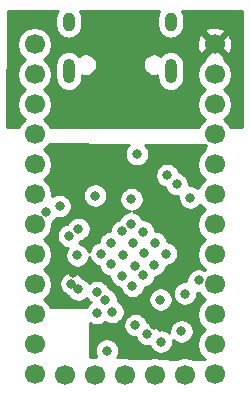
<source format=gbr>
G04 #@! TF.GenerationSoftware,KiCad,Pcbnew,5.1.5+dfsg1-2build2*
G04 #@! TF.CreationDate,2020-11-29T01:09:51-05:00*
G04 #@! TF.ProjectId,goldfish,676f6c64-6669-4736-982e-6b696361645f,rev?*
G04 #@! TF.SameCoordinates,Original*
G04 #@! TF.FileFunction,Copper,L2,Inr*
G04 #@! TF.FilePolarity,Positive*
%FSLAX46Y46*%
G04 Gerber Fmt 4.6, Leading zero omitted, Abs format (unit mm)*
G04 Created by KiCad (PCBNEW 5.1.5+dfsg1-2build2) date 2020-11-29 01:09:51*
%MOMM*%
%LPD*%
G04 APERTURE LIST*
%ADD10C,1.700000*%
%ADD11O,1.000000X2.100000*%
%ADD12O,1.000000X1.600000*%
%ADD13C,0.800000*%
%ADD14C,0.254000*%
G04 APERTURE END LIST*
D10*
X37620000Y-55240000D03*
X37620000Y-52700000D03*
X37620000Y-50160000D03*
X37620000Y-47620000D03*
X37620000Y-45080000D03*
X37620000Y-42540000D03*
X37620000Y-40000000D03*
X37620000Y-37460000D03*
X37620000Y-34920000D03*
X37620000Y-32380000D03*
X37620000Y-29840000D03*
X37620000Y-27300000D03*
D11*
X33920000Y-29540000D03*
X25280000Y-29540000D03*
D12*
X33920000Y-25360000D03*
X25280000Y-25360000D03*
D10*
X22380000Y-27300000D03*
X22380000Y-29840000D03*
X22380000Y-32380000D03*
X22380000Y-34920000D03*
X22380000Y-37460000D03*
X22380000Y-40000000D03*
X22380000Y-42540000D03*
X22380000Y-45080000D03*
X22380000Y-47620000D03*
X22380000Y-50160000D03*
X22380000Y-52700000D03*
X22380000Y-55240000D03*
X24920000Y-55250000D03*
X27460000Y-55250000D03*
X30000000Y-55250000D03*
X32540000Y-55250000D03*
X35080000Y-55250000D03*
D13*
X31550000Y-43140000D03*
X29780000Y-43120000D03*
X32580000Y-44110000D03*
X33490000Y-45010000D03*
X30540000Y-42460000D03*
X30880000Y-46020000D03*
X29840000Y-45150000D03*
X28850000Y-44120000D03*
X28030000Y-45040000D03*
X28850000Y-45910000D03*
X29750000Y-46880000D03*
X30670000Y-47750000D03*
X30730000Y-44130000D03*
X31620000Y-44980000D03*
X32530000Y-45940000D03*
X31580000Y-46840000D03*
X31050000Y-36591600D03*
X28500000Y-53230000D03*
X34410000Y-39130000D03*
X33620000Y-38360000D03*
X26070000Y-48030000D03*
X30920000Y-51070000D03*
X27510000Y-40100000D03*
X25500000Y-47570000D03*
X35856400Y-44078900D03*
X31660200Y-39230200D03*
X35230000Y-36680000D03*
X24060000Y-36220000D03*
X32504900Y-51033457D03*
X25647919Y-46654865D03*
X27150000Y-32828100D03*
X32709800Y-33523300D03*
X34822800Y-51586000D03*
X36262954Y-47274677D03*
X25310000Y-43510002D03*
X26001034Y-45165366D03*
X26094400Y-42916800D03*
X35566400Y-40267900D03*
X24500200Y-40981400D03*
X27681100Y-50020500D03*
X28974800Y-49948700D03*
X28386700Y-48918700D03*
X27688500Y-48279500D03*
X33036000Y-48901400D03*
X35110000Y-48390000D03*
X31929700Y-51828900D03*
X23318300Y-41511500D03*
X30577300Y-40402800D03*
X33075900Y-52463000D03*
D14*
G36*
X30388754Y-35789135D02*
G01*
X30246063Y-35931826D01*
X30132795Y-36101344D01*
X30054774Y-36289702D01*
X30015000Y-36489661D01*
X30015000Y-36693539D01*
X30054774Y-36893498D01*
X30132795Y-37081856D01*
X30246063Y-37251374D01*
X30390226Y-37395537D01*
X30559744Y-37508805D01*
X30748102Y-37586826D01*
X30948061Y-37626600D01*
X31151939Y-37626600D01*
X31351898Y-37586826D01*
X31540256Y-37508805D01*
X31709774Y-37395537D01*
X31853937Y-37251374D01*
X31967205Y-37081856D01*
X32045226Y-36893498D01*
X32085000Y-36693539D01*
X32085000Y-36489661D01*
X32045226Y-36289702D01*
X31967205Y-36101344D01*
X31853937Y-35931826D01*
X31721814Y-35799703D01*
X36879017Y-35840588D01*
X36771208Y-35948397D01*
X36846729Y-36190689D01*
X36673368Y-36306525D01*
X36466525Y-36513368D01*
X36304010Y-36756589D01*
X36192068Y-37026842D01*
X36135000Y-37313740D01*
X36135000Y-37606260D01*
X36192068Y-37893158D01*
X36304010Y-38163411D01*
X36466525Y-38406632D01*
X36673368Y-38613475D01*
X36847760Y-38730000D01*
X36673368Y-38846525D01*
X36466525Y-39053368D01*
X36304010Y-39296589D01*
X36232190Y-39469979D01*
X36226174Y-39463963D01*
X36056656Y-39350695D01*
X35868298Y-39272674D01*
X35668339Y-39232900D01*
X35464461Y-39232900D01*
X35443999Y-39236970D01*
X35445000Y-39231939D01*
X35445000Y-39028061D01*
X35405226Y-38828102D01*
X35327205Y-38639744D01*
X35213937Y-38470226D01*
X35069774Y-38326063D01*
X34900256Y-38212795D01*
X34711898Y-38134774D01*
X34627123Y-38117911D01*
X34615226Y-38058102D01*
X34537205Y-37869744D01*
X34423937Y-37700226D01*
X34279774Y-37556063D01*
X34110256Y-37442795D01*
X33921898Y-37364774D01*
X33721939Y-37325000D01*
X33518061Y-37325000D01*
X33318102Y-37364774D01*
X33129744Y-37442795D01*
X32960226Y-37556063D01*
X32816063Y-37700226D01*
X32702795Y-37869744D01*
X32624774Y-38058102D01*
X32585000Y-38258061D01*
X32585000Y-38461939D01*
X32624774Y-38661898D01*
X32702795Y-38850256D01*
X32816063Y-39019774D01*
X32960226Y-39163937D01*
X33129744Y-39277205D01*
X33318102Y-39355226D01*
X33402877Y-39372089D01*
X33414774Y-39431898D01*
X33492795Y-39620256D01*
X33606063Y-39789774D01*
X33750226Y-39933937D01*
X33919744Y-40047205D01*
X34108102Y-40125226D01*
X34308061Y-40165000D01*
X34511939Y-40165000D01*
X34532401Y-40160930D01*
X34531400Y-40165961D01*
X34531400Y-40369839D01*
X34571174Y-40569798D01*
X34649195Y-40758156D01*
X34762463Y-40927674D01*
X34906626Y-41071837D01*
X35076144Y-41185105D01*
X35264502Y-41263126D01*
X35464461Y-41302900D01*
X35668339Y-41302900D01*
X35868298Y-41263126D01*
X36056656Y-41185105D01*
X36226174Y-41071837D01*
X36370337Y-40927674D01*
X36412097Y-40865175D01*
X36466525Y-40946632D01*
X36673368Y-41153475D01*
X36847760Y-41270000D01*
X36673368Y-41386525D01*
X36466525Y-41593368D01*
X36304010Y-41836589D01*
X36192068Y-42106842D01*
X36135000Y-42393740D01*
X36135000Y-42686260D01*
X36192068Y-42973158D01*
X36304010Y-43243411D01*
X36466525Y-43486632D01*
X36673368Y-43693475D01*
X36847760Y-43810000D01*
X36673368Y-43926525D01*
X36466525Y-44133368D01*
X36304010Y-44376589D01*
X36192068Y-44646842D01*
X36135000Y-44933740D01*
X36135000Y-45226260D01*
X36192068Y-45513158D01*
X36304010Y-45783411D01*
X36466525Y-46026632D01*
X36673368Y-46233475D01*
X36847760Y-46350000D01*
X36794894Y-46385324D01*
X36753210Y-46357472D01*
X36564852Y-46279451D01*
X36364893Y-46239677D01*
X36161015Y-46239677D01*
X35961056Y-46279451D01*
X35772698Y-46357472D01*
X35603180Y-46470740D01*
X35459017Y-46614903D01*
X35345749Y-46784421D01*
X35267728Y-46972779D01*
X35227954Y-47172738D01*
X35227954Y-47358186D01*
X35211939Y-47355000D01*
X35008061Y-47355000D01*
X34808102Y-47394774D01*
X34619744Y-47472795D01*
X34450226Y-47586063D01*
X34306063Y-47730226D01*
X34192795Y-47899744D01*
X34114774Y-48088102D01*
X34075000Y-48288061D01*
X34075000Y-48491939D01*
X34114774Y-48691898D01*
X34192795Y-48880256D01*
X34306063Y-49049774D01*
X34450226Y-49193937D01*
X34619744Y-49307205D01*
X34808102Y-49385226D01*
X35008061Y-49425000D01*
X35211939Y-49425000D01*
X35411898Y-49385226D01*
X35600256Y-49307205D01*
X35769774Y-49193937D01*
X35913937Y-49049774D01*
X36027205Y-48880256D01*
X36105226Y-48691898D01*
X36145000Y-48491939D01*
X36145000Y-48306491D01*
X36161015Y-48309677D01*
X36298321Y-48309677D01*
X36304010Y-48323411D01*
X36466525Y-48566632D01*
X36673368Y-48773475D01*
X36847760Y-48890000D01*
X36673368Y-49006525D01*
X36466525Y-49213368D01*
X36304010Y-49456589D01*
X36192068Y-49726842D01*
X36135000Y-50013740D01*
X36135000Y-50306260D01*
X36192068Y-50593158D01*
X36304010Y-50863411D01*
X36466525Y-51106632D01*
X36673368Y-51313475D01*
X36847760Y-51430000D01*
X36673368Y-51546525D01*
X36466525Y-51753368D01*
X36304010Y-51996589D01*
X36192068Y-52266842D01*
X36135000Y-52553740D01*
X36135000Y-52846260D01*
X36192068Y-53133158D01*
X36304010Y-53403411D01*
X36466525Y-53646632D01*
X36673368Y-53853475D01*
X36817796Y-53949979D01*
X35768356Y-53927774D01*
X35513158Y-53822068D01*
X35226260Y-53765000D01*
X34933740Y-53765000D01*
X34646842Y-53822068D01*
X34458552Y-53900060D01*
X33091623Y-53871138D01*
X32973158Y-53822068D01*
X32686260Y-53765000D01*
X32393740Y-53765000D01*
X32106842Y-53822068D01*
X32041994Y-53848929D01*
X30392765Y-53814033D01*
X30146260Y-53765000D01*
X29853740Y-53765000D01*
X29682759Y-53799010D01*
X29369019Y-53792372D01*
X29417205Y-53720256D01*
X29495226Y-53531898D01*
X29535000Y-53331939D01*
X29535000Y-53128061D01*
X29495226Y-52928102D01*
X29417205Y-52739744D01*
X29303937Y-52570226D01*
X29159774Y-52426063D01*
X28990256Y-52312795D01*
X28801898Y-52234774D01*
X28601939Y-52195000D01*
X28398061Y-52195000D01*
X28198102Y-52234774D01*
X28009744Y-52312795D01*
X27840226Y-52426063D01*
X27696063Y-52570226D01*
X27582795Y-52739744D01*
X27504774Y-52928102D01*
X27465000Y-53128061D01*
X27465000Y-53331939D01*
X27504774Y-53531898D01*
X27582795Y-53720256D01*
X27606057Y-53755070D01*
X27087000Y-53744088D01*
X27087000Y-50868319D01*
X27190844Y-50937705D01*
X27379202Y-51015726D01*
X27579161Y-51055500D01*
X27783039Y-51055500D01*
X27982998Y-51015726D01*
X28171356Y-50937705D01*
X28340874Y-50824437D01*
X28373562Y-50791749D01*
X28484544Y-50865905D01*
X28672902Y-50943926D01*
X28872861Y-50983700D01*
X29076739Y-50983700D01*
X29155362Y-50968061D01*
X29885000Y-50968061D01*
X29885000Y-51171939D01*
X29924774Y-51371898D01*
X30002795Y-51560256D01*
X30116063Y-51729774D01*
X30260226Y-51873937D01*
X30429744Y-51987205D01*
X30618102Y-52065226D01*
X30818061Y-52105000D01*
X30929342Y-52105000D01*
X30934474Y-52130798D01*
X31012495Y-52319156D01*
X31125763Y-52488674D01*
X31269926Y-52632837D01*
X31439444Y-52746105D01*
X31627802Y-52824126D01*
X31827761Y-52863900D01*
X32031639Y-52863900D01*
X32114828Y-52847353D01*
X32158695Y-52953256D01*
X32271963Y-53122774D01*
X32416126Y-53266937D01*
X32585644Y-53380205D01*
X32774002Y-53458226D01*
X32973961Y-53498000D01*
X33177839Y-53498000D01*
X33377798Y-53458226D01*
X33566156Y-53380205D01*
X33735674Y-53266937D01*
X33879837Y-53122774D01*
X33993105Y-52953256D01*
X34071126Y-52764898D01*
X34110900Y-52564939D01*
X34110900Y-52361061D01*
X34105127Y-52332038D01*
X34163026Y-52389937D01*
X34332544Y-52503205D01*
X34520902Y-52581226D01*
X34720861Y-52621000D01*
X34924739Y-52621000D01*
X35124698Y-52581226D01*
X35313056Y-52503205D01*
X35482574Y-52389937D01*
X35626737Y-52245774D01*
X35740005Y-52076256D01*
X35818026Y-51887898D01*
X35857800Y-51687939D01*
X35857800Y-51484061D01*
X35818026Y-51284102D01*
X35740005Y-51095744D01*
X35626737Y-50926226D01*
X35482574Y-50782063D01*
X35313056Y-50668795D01*
X35124698Y-50590774D01*
X34924739Y-50551000D01*
X34720861Y-50551000D01*
X34520902Y-50590774D01*
X34332544Y-50668795D01*
X34163026Y-50782063D01*
X34018863Y-50926226D01*
X33905595Y-51095744D01*
X33827574Y-51284102D01*
X33787800Y-51484061D01*
X33787800Y-51687939D01*
X33793573Y-51716962D01*
X33735674Y-51659063D01*
X33566156Y-51545795D01*
X33377798Y-51467774D01*
X33177839Y-51428000D01*
X32973961Y-51428000D01*
X32890772Y-51444547D01*
X32846905Y-51338644D01*
X32733637Y-51169126D01*
X32589474Y-51024963D01*
X32419956Y-50911695D01*
X32231598Y-50833674D01*
X32031639Y-50793900D01*
X31920358Y-50793900D01*
X31915226Y-50768102D01*
X31837205Y-50579744D01*
X31723937Y-50410226D01*
X31579774Y-50266063D01*
X31410256Y-50152795D01*
X31221898Y-50074774D01*
X31021939Y-50035000D01*
X30818061Y-50035000D01*
X30618102Y-50074774D01*
X30429744Y-50152795D01*
X30260226Y-50266063D01*
X30116063Y-50410226D01*
X30002795Y-50579744D01*
X29924774Y-50768102D01*
X29885000Y-50968061D01*
X29155362Y-50968061D01*
X29276698Y-50943926D01*
X29465056Y-50865905D01*
X29634574Y-50752637D01*
X29778737Y-50608474D01*
X29892005Y-50438956D01*
X29970026Y-50250598D01*
X30009800Y-50050639D01*
X30009800Y-49846761D01*
X29970026Y-49646802D01*
X29892005Y-49458444D01*
X29778737Y-49288926D01*
X29634574Y-49144763D01*
X29465056Y-49031495D01*
X29421700Y-49013536D01*
X29421700Y-48816761D01*
X29418259Y-48799461D01*
X32001000Y-48799461D01*
X32001000Y-49003339D01*
X32040774Y-49203298D01*
X32118795Y-49391656D01*
X32232063Y-49561174D01*
X32376226Y-49705337D01*
X32545744Y-49818605D01*
X32734102Y-49896626D01*
X32934061Y-49936400D01*
X33137939Y-49936400D01*
X33337898Y-49896626D01*
X33526256Y-49818605D01*
X33695774Y-49705337D01*
X33839937Y-49561174D01*
X33953205Y-49391656D01*
X34031226Y-49203298D01*
X34071000Y-49003339D01*
X34071000Y-48799461D01*
X34031226Y-48599502D01*
X33953205Y-48411144D01*
X33839937Y-48241626D01*
X33695774Y-48097463D01*
X33526256Y-47984195D01*
X33337898Y-47906174D01*
X33137939Y-47866400D01*
X32934061Y-47866400D01*
X32734102Y-47906174D01*
X32545744Y-47984195D01*
X32376226Y-48097463D01*
X32232063Y-48241626D01*
X32118795Y-48411144D01*
X32040774Y-48599502D01*
X32001000Y-48799461D01*
X29418259Y-48799461D01*
X29381926Y-48616802D01*
X29303905Y-48428444D01*
X29190637Y-48258926D01*
X29046474Y-48114763D01*
X28876956Y-48001495D01*
X28688598Y-47923474D01*
X28658855Y-47917558D01*
X28605705Y-47789244D01*
X28492437Y-47619726D01*
X28348274Y-47475563D01*
X28178756Y-47362295D01*
X27990398Y-47284274D01*
X27790439Y-47244500D01*
X27586561Y-47244500D01*
X27386602Y-47284274D01*
X27198244Y-47362295D01*
X27028726Y-47475563D01*
X26978129Y-47526160D01*
X26873937Y-47370226D01*
X26729774Y-47226063D01*
X26560256Y-47112795D01*
X26392997Y-47043513D01*
X26303937Y-46910226D01*
X26159774Y-46766063D01*
X25990256Y-46652795D01*
X25801898Y-46574774D01*
X25601939Y-46535000D01*
X25398061Y-46535000D01*
X25198102Y-46574774D01*
X25009744Y-46652795D01*
X24840226Y-46766063D01*
X24696063Y-46910226D01*
X24582795Y-47079744D01*
X24504774Y-47268102D01*
X24465000Y-47468061D01*
X24465000Y-47671939D01*
X24504774Y-47871898D01*
X24582795Y-48060256D01*
X24696063Y-48229774D01*
X24840226Y-48373937D01*
X25009744Y-48487205D01*
X25177003Y-48556487D01*
X25266063Y-48689774D01*
X25410226Y-48833937D01*
X25579744Y-48947205D01*
X25768102Y-49025226D01*
X25968061Y-49065000D01*
X26171939Y-49065000D01*
X26371898Y-49025226D01*
X26560256Y-48947205D01*
X26729774Y-48833937D01*
X26780371Y-48783340D01*
X26884563Y-48939274D01*
X27028726Y-49083437D01*
X27124645Y-49147528D01*
X27021326Y-49216563D01*
X26877163Y-49360726D01*
X26775417Y-49513000D01*
X23719356Y-49513000D01*
X23695990Y-49456589D01*
X23533475Y-49213368D01*
X23326632Y-49006525D01*
X23152240Y-48890000D01*
X23326632Y-48773475D01*
X23533475Y-48566632D01*
X23695990Y-48323411D01*
X23807932Y-48053158D01*
X23865000Y-47766260D01*
X23865000Y-47473740D01*
X23807932Y-47186842D01*
X23695990Y-46916589D01*
X23533475Y-46673368D01*
X23326632Y-46466525D01*
X23152240Y-46350000D01*
X23326632Y-46233475D01*
X23533475Y-46026632D01*
X23695990Y-45783411D01*
X23807932Y-45513158D01*
X23865000Y-45226260D01*
X23865000Y-44933740D01*
X23807932Y-44646842D01*
X23695990Y-44376589D01*
X23533475Y-44133368D01*
X23326632Y-43926525D01*
X23152240Y-43810000D01*
X23326632Y-43693475D01*
X23533475Y-43486632D01*
X23585973Y-43408063D01*
X24275000Y-43408063D01*
X24275000Y-43611941D01*
X24314774Y-43811900D01*
X24392795Y-44000258D01*
X24506063Y-44169776D01*
X24650226Y-44313939D01*
X24819744Y-44427207D01*
X25008102Y-44505228D01*
X25175140Y-44538454D01*
X25083829Y-44675110D01*
X25005808Y-44863468D01*
X24966034Y-45063427D01*
X24966034Y-45267305D01*
X25005808Y-45467264D01*
X25083829Y-45655622D01*
X25197097Y-45825140D01*
X25341260Y-45969303D01*
X25510778Y-46082571D01*
X25699136Y-46160592D01*
X25899095Y-46200366D01*
X26102973Y-46200366D01*
X26302932Y-46160592D01*
X26491290Y-46082571D01*
X26660808Y-45969303D01*
X26804971Y-45825140D01*
X26918239Y-45655622D01*
X26996260Y-45467264D01*
X27027985Y-45307769D01*
X27034774Y-45341898D01*
X27112795Y-45530256D01*
X27226063Y-45699774D01*
X27370226Y-45843937D01*
X27539744Y-45957205D01*
X27728102Y-46035226D01*
X27823403Y-46054182D01*
X27854774Y-46211898D01*
X27932795Y-46400256D01*
X28046063Y-46569774D01*
X28190226Y-46713937D01*
X28359744Y-46827205D01*
X28548102Y-46905226D01*
X28715000Y-46938424D01*
X28715000Y-46981939D01*
X28754774Y-47181898D01*
X28832795Y-47370256D01*
X28946063Y-47539774D01*
X29090226Y-47683937D01*
X29259744Y-47797205D01*
X29448102Y-47875226D01*
X29647522Y-47914893D01*
X29674774Y-48051898D01*
X29752795Y-48240256D01*
X29866063Y-48409774D01*
X30010226Y-48553937D01*
X30179744Y-48667205D01*
X30368102Y-48745226D01*
X30568061Y-48785000D01*
X30771939Y-48785000D01*
X30971898Y-48745226D01*
X31160256Y-48667205D01*
X31329774Y-48553937D01*
X31473937Y-48409774D01*
X31587205Y-48240256D01*
X31665226Y-48051898D01*
X31701174Y-47871174D01*
X31881898Y-47835226D01*
X32070256Y-47757205D01*
X32239774Y-47643937D01*
X32383937Y-47499774D01*
X32497205Y-47330256D01*
X32575226Y-47141898D01*
X32608424Y-46975000D01*
X32631939Y-46975000D01*
X32831898Y-46935226D01*
X33020256Y-46857205D01*
X33189774Y-46743937D01*
X33333937Y-46599774D01*
X33447205Y-46430256D01*
X33525226Y-46241898D01*
X33564391Y-46045000D01*
X33591939Y-46045000D01*
X33791898Y-46005226D01*
X33980256Y-45927205D01*
X34149774Y-45813937D01*
X34293937Y-45669774D01*
X34407205Y-45500256D01*
X34485226Y-45311898D01*
X34525000Y-45111939D01*
X34525000Y-44908061D01*
X34485226Y-44708102D01*
X34407205Y-44519744D01*
X34293937Y-44350226D01*
X34149774Y-44206063D01*
X33980256Y-44092795D01*
X33791898Y-44014774D01*
X33609103Y-43978414D01*
X33575226Y-43808102D01*
X33497205Y-43619744D01*
X33383937Y-43450226D01*
X33239774Y-43306063D01*
X33070256Y-43192795D01*
X32881898Y-43114774D01*
X32681939Y-43075000D01*
X32585000Y-43075000D01*
X32585000Y-43038061D01*
X32545226Y-42838102D01*
X32467205Y-42649744D01*
X32353937Y-42480226D01*
X32209774Y-42336063D01*
X32040256Y-42222795D01*
X31851898Y-42144774D01*
X31651939Y-42105000D01*
X31513230Y-42105000D01*
X31457205Y-41969744D01*
X31343937Y-41800226D01*
X31199774Y-41656063D01*
X31030256Y-41542795D01*
X30841898Y-41464774D01*
X30692764Y-41435110D01*
X30879198Y-41398026D01*
X31067556Y-41320005D01*
X31237074Y-41206737D01*
X31381237Y-41062574D01*
X31494505Y-40893056D01*
X31572526Y-40704698D01*
X31612300Y-40504739D01*
X31612300Y-40300861D01*
X31572526Y-40100902D01*
X31494505Y-39912544D01*
X31381237Y-39743026D01*
X31237074Y-39598863D01*
X31067556Y-39485595D01*
X30879198Y-39407574D01*
X30679239Y-39367800D01*
X30475361Y-39367800D01*
X30275402Y-39407574D01*
X30087044Y-39485595D01*
X29917526Y-39598863D01*
X29773363Y-39743026D01*
X29660095Y-39912544D01*
X29582074Y-40100902D01*
X29542300Y-40300861D01*
X29542300Y-40504739D01*
X29582074Y-40704698D01*
X29660095Y-40893056D01*
X29773363Y-41062574D01*
X29917526Y-41206737D01*
X30087044Y-41320005D01*
X30275402Y-41398026D01*
X30424536Y-41427690D01*
X30238102Y-41464774D01*
X30049744Y-41542795D01*
X29880226Y-41656063D01*
X29736063Y-41800226D01*
X29622795Y-41969744D01*
X29565805Y-42107329D01*
X29478102Y-42124774D01*
X29289744Y-42202795D01*
X29120226Y-42316063D01*
X28976063Y-42460226D01*
X28862795Y-42629744D01*
X28784774Y-42818102D01*
X28745000Y-43018061D01*
X28745000Y-43085609D01*
X28548102Y-43124774D01*
X28359744Y-43202795D01*
X28190226Y-43316063D01*
X28046063Y-43460226D01*
X27932795Y-43629744D01*
X27854774Y-43818102D01*
X27815000Y-44018061D01*
X27815000Y-44027489D01*
X27728102Y-44044774D01*
X27539744Y-44122795D01*
X27370226Y-44236063D01*
X27226063Y-44380226D01*
X27112795Y-44549744D01*
X27034774Y-44738102D01*
X27003049Y-44897597D01*
X26996260Y-44863468D01*
X26918239Y-44675110D01*
X26804971Y-44505592D01*
X26660808Y-44361429D01*
X26491290Y-44248161D01*
X26302932Y-44170140D01*
X26135894Y-44136914D01*
X26227205Y-44000258D01*
X26251851Y-43940758D01*
X26396298Y-43912026D01*
X26584656Y-43834005D01*
X26754174Y-43720737D01*
X26898337Y-43576574D01*
X27011605Y-43407056D01*
X27089626Y-43218698D01*
X27129400Y-43018739D01*
X27129400Y-42814861D01*
X27089626Y-42614902D01*
X27011605Y-42426544D01*
X26898337Y-42257026D01*
X26754174Y-42112863D01*
X26584656Y-41999595D01*
X26396298Y-41921574D01*
X26196339Y-41881800D01*
X25992461Y-41881800D01*
X25792502Y-41921574D01*
X25604144Y-41999595D01*
X25434626Y-42112863D01*
X25290463Y-42257026D01*
X25177195Y-42426544D01*
X25152549Y-42486044D01*
X25008102Y-42514776D01*
X24819744Y-42592797D01*
X24650226Y-42706065D01*
X24506063Y-42850228D01*
X24392795Y-43019746D01*
X24314774Y-43208104D01*
X24275000Y-43408063D01*
X23585973Y-43408063D01*
X23695990Y-43243411D01*
X23807932Y-42973158D01*
X23865000Y-42686260D01*
X23865000Y-42393740D01*
X23864517Y-42391313D01*
X23978074Y-42315437D01*
X24122237Y-42171274D01*
X24235505Y-42001756D01*
X24242290Y-41985376D01*
X24398261Y-42016400D01*
X24602139Y-42016400D01*
X24802098Y-41976626D01*
X24990456Y-41898605D01*
X25159974Y-41785337D01*
X25304137Y-41641174D01*
X25417405Y-41471656D01*
X25495426Y-41283298D01*
X25535200Y-41083339D01*
X25535200Y-40879461D01*
X25495426Y-40679502D01*
X25417405Y-40491144D01*
X25304137Y-40321626D01*
X25159974Y-40177463D01*
X24990456Y-40064195D01*
X24830796Y-39998061D01*
X26475000Y-39998061D01*
X26475000Y-40201939D01*
X26514774Y-40401898D01*
X26592795Y-40590256D01*
X26706063Y-40759774D01*
X26850226Y-40903937D01*
X27019744Y-41017205D01*
X27208102Y-41095226D01*
X27408061Y-41135000D01*
X27611939Y-41135000D01*
X27811898Y-41095226D01*
X28000256Y-41017205D01*
X28169774Y-40903937D01*
X28313937Y-40759774D01*
X28427205Y-40590256D01*
X28505226Y-40401898D01*
X28545000Y-40201939D01*
X28545000Y-39998061D01*
X28505226Y-39798102D01*
X28427205Y-39609744D01*
X28313937Y-39440226D01*
X28169774Y-39296063D01*
X28000256Y-39182795D01*
X27811898Y-39104774D01*
X27611939Y-39065000D01*
X27408061Y-39065000D01*
X27208102Y-39104774D01*
X27019744Y-39182795D01*
X26850226Y-39296063D01*
X26706063Y-39440226D01*
X26592795Y-39609744D01*
X26514774Y-39798102D01*
X26475000Y-39998061D01*
X24830796Y-39998061D01*
X24802098Y-39986174D01*
X24602139Y-39946400D01*
X24398261Y-39946400D01*
X24198302Y-39986174D01*
X24009944Y-40064195D01*
X23861609Y-40163309D01*
X23865000Y-40146260D01*
X23865000Y-39853740D01*
X23807932Y-39566842D01*
X23695990Y-39296589D01*
X23533475Y-39053368D01*
X23326632Y-38846525D01*
X23152240Y-38730000D01*
X23326632Y-38613475D01*
X23533475Y-38406632D01*
X23695990Y-38163411D01*
X23807932Y-37893158D01*
X23865000Y-37606260D01*
X23865000Y-37313740D01*
X23807932Y-37026842D01*
X23695990Y-36756589D01*
X23533475Y-36513368D01*
X23326632Y-36306525D01*
X23152240Y-36190000D01*
X23326632Y-36073475D01*
X23533475Y-35866632D01*
X23621106Y-35735483D01*
X30388754Y-35789135D01*
G37*
X30388754Y-35789135D02*
X30246063Y-35931826D01*
X30132795Y-36101344D01*
X30054774Y-36289702D01*
X30015000Y-36489661D01*
X30015000Y-36693539D01*
X30054774Y-36893498D01*
X30132795Y-37081856D01*
X30246063Y-37251374D01*
X30390226Y-37395537D01*
X30559744Y-37508805D01*
X30748102Y-37586826D01*
X30948061Y-37626600D01*
X31151939Y-37626600D01*
X31351898Y-37586826D01*
X31540256Y-37508805D01*
X31709774Y-37395537D01*
X31853937Y-37251374D01*
X31967205Y-37081856D01*
X32045226Y-36893498D01*
X32085000Y-36693539D01*
X32085000Y-36489661D01*
X32045226Y-36289702D01*
X31967205Y-36101344D01*
X31853937Y-35931826D01*
X31721814Y-35799703D01*
X36879017Y-35840588D01*
X36771208Y-35948397D01*
X36846729Y-36190689D01*
X36673368Y-36306525D01*
X36466525Y-36513368D01*
X36304010Y-36756589D01*
X36192068Y-37026842D01*
X36135000Y-37313740D01*
X36135000Y-37606260D01*
X36192068Y-37893158D01*
X36304010Y-38163411D01*
X36466525Y-38406632D01*
X36673368Y-38613475D01*
X36847760Y-38730000D01*
X36673368Y-38846525D01*
X36466525Y-39053368D01*
X36304010Y-39296589D01*
X36232190Y-39469979D01*
X36226174Y-39463963D01*
X36056656Y-39350695D01*
X35868298Y-39272674D01*
X35668339Y-39232900D01*
X35464461Y-39232900D01*
X35443999Y-39236970D01*
X35445000Y-39231939D01*
X35445000Y-39028061D01*
X35405226Y-38828102D01*
X35327205Y-38639744D01*
X35213937Y-38470226D01*
X35069774Y-38326063D01*
X34900256Y-38212795D01*
X34711898Y-38134774D01*
X34627123Y-38117911D01*
X34615226Y-38058102D01*
X34537205Y-37869744D01*
X34423937Y-37700226D01*
X34279774Y-37556063D01*
X34110256Y-37442795D01*
X33921898Y-37364774D01*
X33721939Y-37325000D01*
X33518061Y-37325000D01*
X33318102Y-37364774D01*
X33129744Y-37442795D01*
X32960226Y-37556063D01*
X32816063Y-37700226D01*
X32702795Y-37869744D01*
X32624774Y-38058102D01*
X32585000Y-38258061D01*
X32585000Y-38461939D01*
X32624774Y-38661898D01*
X32702795Y-38850256D01*
X32816063Y-39019774D01*
X32960226Y-39163937D01*
X33129744Y-39277205D01*
X33318102Y-39355226D01*
X33402877Y-39372089D01*
X33414774Y-39431898D01*
X33492795Y-39620256D01*
X33606063Y-39789774D01*
X33750226Y-39933937D01*
X33919744Y-40047205D01*
X34108102Y-40125226D01*
X34308061Y-40165000D01*
X34511939Y-40165000D01*
X34532401Y-40160930D01*
X34531400Y-40165961D01*
X34531400Y-40369839D01*
X34571174Y-40569798D01*
X34649195Y-40758156D01*
X34762463Y-40927674D01*
X34906626Y-41071837D01*
X35076144Y-41185105D01*
X35264502Y-41263126D01*
X35464461Y-41302900D01*
X35668339Y-41302900D01*
X35868298Y-41263126D01*
X36056656Y-41185105D01*
X36226174Y-41071837D01*
X36370337Y-40927674D01*
X36412097Y-40865175D01*
X36466525Y-40946632D01*
X36673368Y-41153475D01*
X36847760Y-41270000D01*
X36673368Y-41386525D01*
X36466525Y-41593368D01*
X36304010Y-41836589D01*
X36192068Y-42106842D01*
X36135000Y-42393740D01*
X36135000Y-42686260D01*
X36192068Y-42973158D01*
X36304010Y-43243411D01*
X36466525Y-43486632D01*
X36673368Y-43693475D01*
X36847760Y-43810000D01*
X36673368Y-43926525D01*
X36466525Y-44133368D01*
X36304010Y-44376589D01*
X36192068Y-44646842D01*
X36135000Y-44933740D01*
X36135000Y-45226260D01*
X36192068Y-45513158D01*
X36304010Y-45783411D01*
X36466525Y-46026632D01*
X36673368Y-46233475D01*
X36847760Y-46350000D01*
X36794894Y-46385324D01*
X36753210Y-46357472D01*
X36564852Y-46279451D01*
X36364893Y-46239677D01*
X36161015Y-46239677D01*
X35961056Y-46279451D01*
X35772698Y-46357472D01*
X35603180Y-46470740D01*
X35459017Y-46614903D01*
X35345749Y-46784421D01*
X35267728Y-46972779D01*
X35227954Y-47172738D01*
X35227954Y-47358186D01*
X35211939Y-47355000D01*
X35008061Y-47355000D01*
X34808102Y-47394774D01*
X34619744Y-47472795D01*
X34450226Y-47586063D01*
X34306063Y-47730226D01*
X34192795Y-47899744D01*
X34114774Y-48088102D01*
X34075000Y-48288061D01*
X34075000Y-48491939D01*
X34114774Y-48691898D01*
X34192795Y-48880256D01*
X34306063Y-49049774D01*
X34450226Y-49193937D01*
X34619744Y-49307205D01*
X34808102Y-49385226D01*
X35008061Y-49425000D01*
X35211939Y-49425000D01*
X35411898Y-49385226D01*
X35600256Y-49307205D01*
X35769774Y-49193937D01*
X35913937Y-49049774D01*
X36027205Y-48880256D01*
X36105226Y-48691898D01*
X36145000Y-48491939D01*
X36145000Y-48306491D01*
X36161015Y-48309677D01*
X36298321Y-48309677D01*
X36304010Y-48323411D01*
X36466525Y-48566632D01*
X36673368Y-48773475D01*
X36847760Y-48890000D01*
X36673368Y-49006525D01*
X36466525Y-49213368D01*
X36304010Y-49456589D01*
X36192068Y-49726842D01*
X36135000Y-50013740D01*
X36135000Y-50306260D01*
X36192068Y-50593158D01*
X36304010Y-50863411D01*
X36466525Y-51106632D01*
X36673368Y-51313475D01*
X36847760Y-51430000D01*
X36673368Y-51546525D01*
X36466525Y-51753368D01*
X36304010Y-51996589D01*
X36192068Y-52266842D01*
X36135000Y-52553740D01*
X36135000Y-52846260D01*
X36192068Y-53133158D01*
X36304010Y-53403411D01*
X36466525Y-53646632D01*
X36673368Y-53853475D01*
X36817796Y-53949979D01*
X35768356Y-53927774D01*
X35513158Y-53822068D01*
X35226260Y-53765000D01*
X34933740Y-53765000D01*
X34646842Y-53822068D01*
X34458552Y-53900060D01*
X33091623Y-53871138D01*
X32973158Y-53822068D01*
X32686260Y-53765000D01*
X32393740Y-53765000D01*
X32106842Y-53822068D01*
X32041994Y-53848929D01*
X30392765Y-53814033D01*
X30146260Y-53765000D01*
X29853740Y-53765000D01*
X29682759Y-53799010D01*
X29369019Y-53792372D01*
X29417205Y-53720256D01*
X29495226Y-53531898D01*
X29535000Y-53331939D01*
X29535000Y-53128061D01*
X29495226Y-52928102D01*
X29417205Y-52739744D01*
X29303937Y-52570226D01*
X29159774Y-52426063D01*
X28990256Y-52312795D01*
X28801898Y-52234774D01*
X28601939Y-52195000D01*
X28398061Y-52195000D01*
X28198102Y-52234774D01*
X28009744Y-52312795D01*
X27840226Y-52426063D01*
X27696063Y-52570226D01*
X27582795Y-52739744D01*
X27504774Y-52928102D01*
X27465000Y-53128061D01*
X27465000Y-53331939D01*
X27504774Y-53531898D01*
X27582795Y-53720256D01*
X27606057Y-53755070D01*
X27087000Y-53744088D01*
X27087000Y-50868319D01*
X27190844Y-50937705D01*
X27379202Y-51015726D01*
X27579161Y-51055500D01*
X27783039Y-51055500D01*
X27982998Y-51015726D01*
X28171356Y-50937705D01*
X28340874Y-50824437D01*
X28373562Y-50791749D01*
X28484544Y-50865905D01*
X28672902Y-50943926D01*
X28872861Y-50983700D01*
X29076739Y-50983700D01*
X29155362Y-50968061D01*
X29885000Y-50968061D01*
X29885000Y-51171939D01*
X29924774Y-51371898D01*
X30002795Y-51560256D01*
X30116063Y-51729774D01*
X30260226Y-51873937D01*
X30429744Y-51987205D01*
X30618102Y-52065226D01*
X30818061Y-52105000D01*
X30929342Y-52105000D01*
X30934474Y-52130798D01*
X31012495Y-52319156D01*
X31125763Y-52488674D01*
X31269926Y-52632837D01*
X31439444Y-52746105D01*
X31627802Y-52824126D01*
X31827761Y-52863900D01*
X32031639Y-52863900D01*
X32114828Y-52847353D01*
X32158695Y-52953256D01*
X32271963Y-53122774D01*
X32416126Y-53266937D01*
X32585644Y-53380205D01*
X32774002Y-53458226D01*
X32973961Y-53498000D01*
X33177839Y-53498000D01*
X33377798Y-53458226D01*
X33566156Y-53380205D01*
X33735674Y-53266937D01*
X33879837Y-53122774D01*
X33993105Y-52953256D01*
X34071126Y-52764898D01*
X34110900Y-52564939D01*
X34110900Y-52361061D01*
X34105127Y-52332038D01*
X34163026Y-52389937D01*
X34332544Y-52503205D01*
X34520902Y-52581226D01*
X34720861Y-52621000D01*
X34924739Y-52621000D01*
X35124698Y-52581226D01*
X35313056Y-52503205D01*
X35482574Y-52389937D01*
X35626737Y-52245774D01*
X35740005Y-52076256D01*
X35818026Y-51887898D01*
X35857800Y-51687939D01*
X35857800Y-51484061D01*
X35818026Y-51284102D01*
X35740005Y-51095744D01*
X35626737Y-50926226D01*
X35482574Y-50782063D01*
X35313056Y-50668795D01*
X35124698Y-50590774D01*
X34924739Y-50551000D01*
X34720861Y-50551000D01*
X34520902Y-50590774D01*
X34332544Y-50668795D01*
X34163026Y-50782063D01*
X34018863Y-50926226D01*
X33905595Y-51095744D01*
X33827574Y-51284102D01*
X33787800Y-51484061D01*
X33787800Y-51687939D01*
X33793573Y-51716962D01*
X33735674Y-51659063D01*
X33566156Y-51545795D01*
X33377798Y-51467774D01*
X33177839Y-51428000D01*
X32973961Y-51428000D01*
X32890772Y-51444547D01*
X32846905Y-51338644D01*
X32733637Y-51169126D01*
X32589474Y-51024963D01*
X32419956Y-50911695D01*
X32231598Y-50833674D01*
X32031639Y-50793900D01*
X31920358Y-50793900D01*
X31915226Y-50768102D01*
X31837205Y-50579744D01*
X31723937Y-50410226D01*
X31579774Y-50266063D01*
X31410256Y-50152795D01*
X31221898Y-50074774D01*
X31021939Y-50035000D01*
X30818061Y-50035000D01*
X30618102Y-50074774D01*
X30429744Y-50152795D01*
X30260226Y-50266063D01*
X30116063Y-50410226D01*
X30002795Y-50579744D01*
X29924774Y-50768102D01*
X29885000Y-50968061D01*
X29155362Y-50968061D01*
X29276698Y-50943926D01*
X29465056Y-50865905D01*
X29634574Y-50752637D01*
X29778737Y-50608474D01*
X29892005Y-50438956D01*
X29970026Y-50250598D01*
X30009800Y-50050639D01*
X30009800Y-49846761D01*
X29970026Y-49646802D01*
X29892005Y-49458444D01*
X29778737Y-49288926D01*
X29634574Y-49144763D01*
X29465056Y-49031495D01*
X29421700Y-49013536D01*
X29421700Y-48816761D01*
X29418259Y-48799461D01*
X32001000Y-48799461D01*
X32001000Y-49003339D01*
X32040774Y-49203298D01*
X32118795Y-49391656D01*
X32232063Y-49561174D01*
X32376226Y-49705337D01*
X32545744Y-49818605D01*
X32734102Y-49896626D01*
X32934061Y-49936400D01*
X33137939Y-49936400D01*
X33337898Y-49896626D01*
X33526256Y-49818605D01*
X33695774Y-49705337D01*
X33839937Y-49561174D01*
X33953205Y-49391656D01*
X34031226Y-49203298D01*
X34071000Y-49003339D01*
X34071000Y-48799461D01*
X34031226Y-48599502D01*
X33953205Y-48411144D01*
X33839937Y-48241626D01*
X33695774Y-48097463D01*
X33526256Y-47984195D01*
X33337898Y-47906174D01*
X33137939Y-47866400D01*
X32934061Y-47866400D01*
X32734102Y-47906174D01*
X32545744Y-47984195D01*
X32376226Y-48097463D01*
X32232063Y-48241626D01*
X32118795Y-48411144D01*
X32040774Y-48599502D01*
X32001000Y-48799461D01*
X29418259Y-48799461D01*
X29381926Y-48616802D01*
X29303905Y-48428444D01*
X29190637Y-48258926D01*
X29046474Y-48114763D01*
X28876956Y-48001495D01*
X28688598Y-47923474D01*
X28658855Y-47917558D01*
X28605705Y-47789244D01*
X28492437Y-47619726D01*
X28348274Y-47475563D01*
X28178756Y-47362295D01*
X27990398Y-47284274D01*
X27790439Y-47244500D01*
X27586561Y-47244500D01*
X27386602Y-47284274D01*
X27198244Y-47362295D01*
X27028726Y-47475563D01*
X26978129Y-47526160D01*
X26873937Y-47370226D01*
X26729774Y-47226063D01*
X26560256Y-47112795D01*
X26392997Y-47043513D01*
X26303937Y-46910226D01*
X26159774Y-46766063D01*
X25990256Y-46652795D01*
X25801898Y-46574774D01*
X25601939Y-46535000D01*
X25398061Y-46535000D01*
X25198102Y-46574774D01*
X25009744Y-46652795D01*
X24840226Y-46766063D01*
X24696063Y-46910226D01*
X24582795Y-47079744D01*
X24504774Y-47268102D01*
X24465000Y-47468061D01*
X24465000Y-47671939D01*
X24504774Y-47871898D01*
X24582795Y-48060256D01*
X24696063Y-48229774D01*
X24840226Y-48373937D01*
X25009744Y-48487205D01*
X25177003Y-48556487D01*
X25266063Y-48689774D01*
X25410226Y-48833937D01*
X25579744Y-48947205D01*
X25768102Y-49025226D01*
X25968061Y-49065000D01*
X26171939Y-49065000D01*
X26371898Y-49025226D01*
X26560256Y-48947205D01*
X26729774Y-48833937D01*
X26780371Y-48783340D01*
X26884563Y-48939274D01*
X27028726Y-49083437D01*
X27124645Y-49147528D01*
X27021326Y-49216563D01*
X26877163Y-49360726D01*
X26775417Y-49513000D01*
X23719356Y-49513000D01*
X23695990Y-49456589D01*
X23533475Y-49213368D01*
X23326632Y-49006525D01*
X23152240Y-48890000D01*
X23326632Y-48773475D01*
X23533475Y-48566632D01*
X23695990Y-48323411D01*
X23807932Y-48053158D01*
X23865000Y-47766260D01*
X23865000Y-47473740D01*
X23807932Y-47186842D01*
X23695990Y-46916589D01*
X23533475Y-46673368D01*
X23326632Y-46466525D01*
X23152240Y-46350000D01*
X23326632Y-46233475D01*
X23533475Y-46026632D01*
X23695990Y-45783411D01*
X23807932Y-45513158D01*
X23865000Y-45226260D01*
X23865000Y-44933740D01*
X23807932Y-44646842D01*
X23695990Y-44376589D01*
X23533475Y-44133368D01*
X23326632Y-43926525D01*
X23152240Y-43810000D01*
X23326632Y-43693475D01*
X23533475Y-43486632D01*
X23585973Y-43408063D01*
X24275000Y-43408063D01*
X24275000Y-43611941D01*
X24314774Y-43811900D01*
X24392795Y-44000258D01*
X24506063Y-44169776D01*
X24650226Y-44313939D01*
X24819744Y-44427207D01*
X25008102Y-44505228D01*
X25175140Y-44538454D01*
X25083829Y-44675110D01*
X25005808Y-44863468D01*
X24966034Y-45063427D01*
X24966034Y-45267305D01*
X25005808Y-45467264D01*
X25083829Y-45655622D01*
X25197097Y-45825140D01*
X25341260Y-45969303D01*
X25510778Y-46082571D01*
X25699136Y-46160592D01*
X25899095Y-46200366D01*
X26102973Y-46200366D01*
X26302932Y-46160592D01*
X26491290Y-46082571D01*
X26660808Y-45969303D01*
X26804971Y-45825140D01*
X26918239Y-45655622D01*
X26996260Y-45467264D01*
X27027985Y-45307769D01*
X27034774Y-45341898D01*
X27112795Y-45530256D01*
X27226063Y-45699774D01*
X27370226Y-45843937D01*
X27539744Y-45957205D01*
X27728102Y-46035226D01*
X27823403Y-46054182D01*
X27854774Y-46211898D01*
X27932795Y-46400256D01*
X28046063Y-46569774D01*
X28190226Y-46713937D01*
X28359744Y-46827205D01*
X28548102Y-46905226D01*
X28715000Y-46938424D01*
X28715000Y-46981939D01*
X28754774Y-47181898D01*
X28832795Y-47370256D01*
X28946063Y-47539774D01*
X29090226Y-47683937D01*
X29259744Y-47797205D01*
X29448102Y-47875226D01*
X29647522Y-47914893D01*
X29674774Y-48051898D01*
X29752795Y-48240256D01*
X29866063Y-48409774D01*
X30010226Y-48553937D01*
X30179744Y-48667205D01*
X30368102Y-48745226D01*
X30568061Y-48785000D01*
X30771939Y-48785000D01*
X30971898Y-48745226D01*
X31160256Y-48667205D01*
X31329774Y-48553937D01*
X31473937Y-48409774D01*
X31587205Y-48240256D01*
X31665226Y-48051898D01*
X31701174Y-47871174D01*
X31881898Y-47835226D01*
X32070256Y-47757205D01*
X32239774Y-47643937D01*
X32383937Y-47499774D01*
X32497205Y-47330256D01*
X32575226Y-47141898D01*
X32608424Y-46975000D01*
X32631939Y-46975000D01*
X32831898Y-46935226D01*
X33020256Y-46857205D01*
X33189774Y-46743937D01*
X33333937Y-46599774D01*
X33447205Y-46430256D01*
X33525226Y-46241898D01*
X33564391Y-46045000D01*
X33591939Y-46045000D01*
X33791898Y-46005226D01*
X33980256Y-45927205D01*
X34149774Y-45813937D01*
X34293937Y-45669774D01*
X34407205Y-45500256D01*
X34485226Y-45311898D01*
X34525000Y-45111939D01*
X34525000Y-44908061D01*
X34485226Y-44708102D01*
X34407205Y-44519744D01*
X34293937Y-44350226D01*
X34149774Y-44206063D01*
X33980256Y-44092795D01*
X33791898Y-44014774D01*
X33609103Y-43978414D01*
X33575226Y-43808102D01*
X33497205Y-43619744D01*
X33383937Y-43450226D01*
X33239774Y-43306063D01*
X33070256Y-43192795D01*
X32881898Y-43114774D01*
X32681939Y-43075000D01*
X32585000Y-43075000D01*
X32585000Y-43038061D01*
X32545226Y-42838102D01*
X32467205Y-42649744D01*
X32353937Y-42480226D01*
X32209774Y-42336063D01*
X32040256Y-42222795D01*
X31851898Y-42144774D01*
X31651939Y-42105000D01*
X31513230Y-42105000D01*
X31457205Y-41969744D01*
X31343937Y-41800226D01*
X31199774Y-41656063D01*
X31030256Y-41542795D01*
X30841898Y-41464774D01*
X30692764Y-41435110D01*
X30879198Y-41398026D01*
X31067556Y-41320005D01*
X31237074Y-41206737D01*
X31381237Y-41062574D01*
X31494505Y-40893056D01*
X31572526Y-40704698D01*
X31612300Y-40504739D01*
X31612300Y-40300861D01*
X31572526Y-40100902D01*
X31494505Y-39912544D01*
X31381237Y-39743026D01*
X31237074Y-39598863D01*
X31067556Y-39485595D01*
X30879198Y-39407574D01*
X30679239Y-39367800D01*
X30475361Y-39367800D01*
X30275402Y-39407574D01*
X30087044Y-39485595D01*
X29917526Y-39598863D01*
X29773363Y-39743026D01*
X29660095Y-39912544D01*
X29582074Y-40100902D01*
X29542300Y-40300861D01*
X29542300Y-40504739D01*
X29582074Y-40704698D01*
X29660095Y-40893056D01*
X29773363Y-41062574D01*
X29917526Y-41206737D01*
X30087044Y-41320005D01*
X30275402Y-41398026D01*
X30424536Y-41427690D01*
X30238102Y-41464774D01*
X30049744Y-41542795D01*
X29880226Y-41656063D01*
X29736063Y-41800226D01*
X29622795Y-41969744D01*
X29565805Y-42107329D01*
X29478102Y-42124774D01*
X29289744Y-42202795D01*
X29120226Y-42316063D01*
X28976063Y-42460226D01*
X28862795Y-42629744D01*
X28784774Y-42818102D01*
X28745000Y-43018061D01*
X28745000Y-43085609D01*
X28548102Y-43124774D01*
X28359744Y-43202795D01*
X28190226Y-43316063D01*
X28046063Y-43460226D01*
X27932795Y-43629744D01*
X27854774Y-43818102D01*
X27815000Y-44018061D01*
X27815000Y-44027489D01*
X27728102Y-44044774D01*
X27539744Y-44122795D01*
X27370226Y-44236063D01*
X27226063Y-44380226D01*
X27112795Y-44549744D01*
X27034774Y-44738102D01*
X27003049Y-44897597D01*
X26996260Y-44863468D01*
X26918239Y-44675110D01*
X26804971Y-44505592D01*
X26660808Y-44361429D01*
X26491290Y-44248161D01*
X26302932Y-44170140D01*
X26135894Y-44136914D01*
X26227205Y-44000258D01*
X26251851Y-43940758D01*
X26396298Y-43912026D01*
X26584656Y-43834005D01*
X26754174Y-43720737D01*
X26898337Y-43576574D01*
X27011605Y-43407056D01*
X27089626Y-43218698D01*
X27129400Y-43018739D01*
X27129400Y-42814861D01*
X27089626Y-42614902D01*
X27011605Y-42426544D01*
X26898337Y-42257026D01*
X26754174Y-42112863D01*
X26584656Y-41999595D01*
X26396298Y-41921574D01*
X26196339Y-41881800D01*
X25992461Y-41881800D01*
X25792502Y-41921574D01*
X25604144Y-41999595D01*
X25434626Y-42112863D01*
X25290463Y-42257026D01*
X25177195Y-42426544D01*
X25152549Y-42486044D01*
X25008102Y-42514776D01*
X24819744Y-42592797D01*
X24650226Y-42706065D01*
X24506063Y-42850228D01*
X24392795Y-43019746D01*
X24314774Y-43208104D01*
X24275000Y-43408063D01*
X23585973Y-43408063D01*
X23695990Y-43243411D01*
X23807932Y-42973158D01*
X23865000Y-42686260D01*
X23865000Y-42393740D01*
X23864517Y-42391313D01*
X23978074Y-42315437D01*
X24122237Y-42171274D01*
X24235505Y-42001756D01*
X24242290Y-41985376D01*
X24398261Y-42016400D01*
X24602139Y-42016400D01*
X24802098Y-41976626D01*
X24990456Y-41898605D01*
X25159974Y-41785337D01*
X25304137Y-41641174D01*
X25417405Y-41471656D01*
X25495426Y-41283298D01*
X25535200Y-41083339D01*
X25535200Y-40879461D01*
X25495426Y-40679502D01*
X25417405Y-40491144D01*
X25304137Y-40321626D01*
X25159974Y-40177463D01*
X24990456Y-40064195D01*
X24830796Y-39998061D01*
X26475000Y-39998061D01*
X26475000Y-40201939D01*
X26514774Y-40401898D01*
X26592795Y-40590256D01*
X26706063Y-40759774D01*
X26850226Y-40903937D01*
X27019744Y-41017205D01*
X27208102Y-41095226D01*
X27408061Y-41135000D01*
X27611939Y-41135000D01*
X27811898Y-41095226D01*
X28000256Y-41017205D01*
X28169774Y-40903937D01*
X28313937Y-40759774D01*
X28427205Y-40590256D01*
X28505226Y-40401898D01*
X28545000Y-40201939D01*
X28545000Y-39998061D01*
X28505226Y-39798102D01*
X28427205Y-39609744D01*
X28313937Y-39440226D01*
X28169774Y-39296063D01*
X28000256Y-39182795D01*
X27811898Y-39104774D01*
X27611939Y-39065000D01*
X27408061Y-39065000D01*
X27208102Y-39104774D01*
X27019744Y-39182795D01*
X26850226Y-39296063D01*
X26706063Y-39440226D01*
X26592795Y-39609744D01*
X26514774Y-39798102D01*
X26475000Y-39998061D01*
X24830796Y-39998061D01*
X24802098Y-39986174D01*
X24602139Y-39946400D01*
X24398261Y-39946400D01*
X24198302Y-39986174D01*
X24009944Y-40064195D01*
X23861609Y-40163309D01*
X23865000Y-40146260D01*
X23865000Y-39853740D01*
X23807932Y-39566842D01*
X23695990Y-39296589D01*
X23533475Y-39053368D01*
X23326632Y-38846525D01*
X23152240Y-38730000D01*
X23326632Y-38613475D01*
X23533475Y-38406632D01*
X23695990Y-38163411D01*
X23807932Y-37893158D01*
X23865000Y-37606260D01*
X23865000Y-37313740D01*
X23807932Y-37026842D01*
X23695990Y-36756589D01*
X23533475Y-36513368D01*
X23326632Y-36306525D01*
X23152240Y-36190000D01*
X23326632Y-36073475D01*
X23533475Y-35866632D01*
X23621106Y-35735483D01*
X30388754Y-35789135D01*
G36*
X24326813Y-24435551D02*
G01*
X24226324Y-24623553D01*
X24161423Y-24837501D01*
X24145000Y-25004248D01*
X24145000Y-25715751D01*
X24161423Y-25882498D01*
X24226324Y-26096446D01*
X24331716Y-26293623D01*
X24473551Y-26466449D01*
X24646377Y-26608284D01*
X24843553Y-26713676D01*
X25057501Y-26778577D01*
X25280000Y-26800491D01*
X25502498Y-26778577D01*
X25716446Y-26713676D01*
X25913623Y-26608284D01*
X26086449Y-26466449D01*
X26228284Y-26293623D01*
X26333676Y-26096447D01*
X26398577Y-25882499D01*
X26415000Y-25715752D01*
X26415000Y-25004249D01*
X26398577Y-24837502D01*
X26333676Y-24623554D01*
X26235218Y-24439349D01*
X32957633Y-24452727D01*
X32866324Y-24623553D01*
X32801423Y-24837501D01*
X32785000Y-25004248D01*
X32785000Y-25715751D01*
X32801423Y-25882498D01*
X32866324Y-26096446D01*
X32971716Y-26293623D01*
X33113551Y-26466449D01*
X33286377Y-26608284D01*
X33483553Y-26713676D01*
X33697501Y-26778577D01*
X33920000Y-26800491D01*
X34142498Y-26778577D01*
X34356446Y-26713676D01*
X34553623Y-26608284D01*
X34726449Y-26466449D01*
X34868284Y-26293623D01*
X34880053Y-26271603D01*
X36771208Y-26271603D01*
X37620000Y-27120395D01*
X38468792Y-26271603D01*
X38391157Y-26022528D01*
X38127117Y-25896629D01*
X37843589Y-25824661D01*
X37551469Y-25809389D01*
X37261981Y-25851401D01*
X36986253Y-25949081D01*
X36848843Y-26022528D01*
X36771208Y-26271603D01*
X34880053Y-26271603D01*
X34973676Y-26096447D01*
X35038577Y-25882499D01*
X35055000Y-25715752D01*
X35055000Y-25004249D01*
X35038577Y-24837502D01*
X34973676Y-24623554D01*
X34884418Y-24456561D01*
X39985000Y-24466712D01*
X39985000Y-26936637D01*
X39933879Y-34312749D01*
X38975030Y-34310841D01*
X38935990Y-34216589D01*
X38773475Y-33973368D01*
X38566632Y-33766525D01*
X38392240Y-33650000D01*
X38566632Y-33533475D01*
X38773475Y-33326632D01*
X38935990Y-33083411D01*
X39047932Y-32813158D01*
X39105000Y-32526260D01*
X39105000Y-32233740D01*
X39047932Y-31946842D01*
X38935990Y-31676589D01*
X38773475Y-31433368D01*
X38566632Y-31226525D01*
X38392240Y-31110000D01*
X38566632Y-30993475D01*
X38773475Y-30786632D01*
X38935990Y-30543411D01*
X39047932Y-30273158D01*
X39105000Y-29986260D01*
X39105000Y-29693740D01*
X39047932Y-29406842D01*
X38935990Y-29136589D01*
X38773475Y-28893368D01*
X38566632Y-28686525D01*
X38393271Y-28570689D01*
X38468792Y-28328397D01*
X37620000Y-27479605D01*
X36771208Y-28328397D01*
X36846729Y-28570689D01*
X36673368Y-28686525D01*
X36466525Y-28893368D01*
X36304010Y-29136589D01*
X36192068Y-29406842D01*
X36135000Y-29693740D01*
X36135000Y-29986260D01*
X36192068Y-30273158D01*
X36304010Y-30543411D01*
X36466525Y-30786632D01*
X36673368Y-30993475D01*
X36847760Y-31110000D01*
X36673368Y-31226525D01*
X36466525Y-31433368D01*
X36304010Y-31676589D01*
X36192068Y-31946842D01*
X36135000Y-32233740D01*
X36135000Y-32526260D01*
X36192068Y-32813158D01*
X36304010Y-33083411D01*
X36466525Y-33326632D01*
X36673368Y-33533475D01*
X36847760Y-33650000D01*
X36673368Y-33766525D01*
X36466525Y-33973368D01*
X36304010Y-34216589D01*
X36267202Y-34305452D01*
X23722457Y-34280487D01*
X23695990Y-34216589D01*
X23533475Y-33973368D01*
X23326632Y-33766525D01*
X23152240Y-33650000D01*
X23326632Y-33533475D01*
X23533475Y-33326632D01*
X23695990Y-33083411D01*
X23807932Y-32813158D01*
X23865000Y-32526260D01*
X23865000Y-32233740D01*
X23807932Y-31946842D01*
X23695990Y-31676589D01*
X23533475Y-31433368D01*
X23326632Y-31226525D01*
X23152240Y-31110000D01*
X23326632Y-30993475D01*
X23533475Y-30786632D01*
X23695990Y-30543411D01*
X23807932Y-30273158D01*
X23865000Y-29986260D01*
X23865000Y-29693740D01*
X23807932Y-29406842D01*
X23695990Y-29136589D01*
X23560791Y-28934248D01*
X24145000Y-28934248D01*
X24145000Y-30145751D01*
X24161423Y-30312498D01*
X24226324Y-30526446D01*
X24331716Y-30723623D01*
X24473551Y-30896449D01*
X24646377Y-31038284D01*
X24843553Y-31143676D01*
X25057501Y-31208577D01*
X25280000Y-31230491D01*
X25502498Y-31208577D01*
X25716446Y-31143676D01*
X25913623Y-31038284D01*
X26086449Y-30896449D01*
X26228284Y-30723623D01*
X26333676Y-30526447D01*
X26398577Y-30312499D01*
X26415000Y-30145752D01*
X26415000Y-29926904D01*
X26429978Y-29933108D01*
X26615448Y-29970000D01*
X26804552Y-29970000D01*
X26990022Y-29933108D01*
X27164731Y-29860741D01*
X27321964Y-29755681D01*
X27455681Y-29621964D01*
X27560741Y-29464731D01*
X27633108Y-29290022D01*
X27670000Y-29104552D01*
X27670000Y-28915448D01*
X31530000Y-28915448D01*
X31530000Y-29104552D01*
X31566892Y-29290022D01*
X31639259Y-29464731D01*
X31744319Y-29621964D01*
X31878036Y-29755681D01*
X32035269Y-29860741D01*
X32209978Y-29933108D01*
X32395448Y-29970000D01*
X32584552Y-29970000D01*
X32770022Y-29933108D01*
X32785000Y-29926904D01*
X32785000Y-30145751D01*
X32801423Y-30312498D01*
X32866324Y-30526446D01*
X32971716Y-30723623D01*
X33113551Y-30896449D01*
X33286377Y-31038284D01*
X33483553Y-31143676D01*
X33697501Y-31208577D01*
X33920000Y-31230491D01*
X34142498Y-31208577D01*
X34356446Y-31143676D01*
X34553623Y-31038284D01*
X34726449Y-30896449D01*
X34868284Y-30723623D01*
X34973676Y-30526447D01*
X35038577Y-30312499D01*
X35055000Y-30145752D01*
X35055000Y-28934248D01*
X35038577Y-28767501D01*
X34973676Y-28553553D01*
X34868284Y-28356377D01*
X34726449Y-28183551D01*
X34553623Y-28041716D01*
X34356447Y-27936324D01*
X34142499Y-27871423D01*
X33920000Y-27849509D01*
X33697502Y-27871423D01*
X33483554Y-27936324D01*
X33286378Y-28041716D01*
X33113552Y-28183551D01*
X33066638Y-28240715D01*
X32944731Y-28159259D01*
X32770022Y-28086892D01*
X32584552Y-28050000D01*
X32395448Y-28050000D01*
X32209978Y-28086892D01*
X32035269Y-28159259D01*
X31878036Y-28264319D01*
X31744319Y-28398036D01*
X31639259Y-28555269D01*
X31566892Y-28729978D01*
X31530000Y-28915448D01*
X27670000Y-28915448D01*
X27633108Y-28729978D01*
X27560741Y-28555269D01*
X27455681Y-28398036D01*
X27321964Y-28264319D01*
X27164731Y-28159259D01*
X26990022Y-28086892D01*
X26804552Y-28050000D01*
X26615448Y-28050000D01*
X26429978Y-28086892D01*
X26255269Y-28159259D01*
X26133362Y-28240715D01*
X26086449Y-28183551D01*
X25913623Y-28041716D01*
X25716447Y-27936324D01*
X25502499Y-27871423D01*
X25280000Y-27849509D01*
X25057502Y-27871423D01*
X24843554Y-27936324D01*
X24646378Y-28041716D01*
X24473552Y-28183551D01*
X24331717Y-28356377D01*
X24226324Y-28553553D01*
X24161423Y-28767501D01*
X24145000Y-28934248D01*
X23560791Y-28934248D01*
X23533475Y-28893368D01*
X23326632Y-28686525D01*
X23152240Y-28570000D01*
X23326632Y-28453475D01*
X23533475Y-28246632D01*
X23695990Y-28003411D01*
X23807932Y-27733158D01*
X23865000Y-27446260D01*
X23865000Y-27368531D01*
X36129389Y-27368531D01*
X36171401Y-27658019D01*
X36269081Y-27933747D01*
X36342528Y-28071157D01*
X36591603Y-28148792D01*
X37440395Y-27300000D01*
X37799605Y-27300000D01*
X38648397Y-28148792D01*
X38897472Y-28071157D01*
X39023371Y-27807117D01*
X39095339Y-27523589D01*
X39110611Y-27231469D01*
X39068599Y-26941981D01*
X38970919Y-26666253D01*
X38897472Y-26528843D01*
X38648397Y-26451208D01*
X37799605Y-27300000D01*
X37440395Y-27300000D01*
X36591603Y-26451208D01*
X36342528Y-26528843D01*
X36216629Y-26792883D01*
X36144661Y-27076411D01*
X36129389Y-27368531D01*
X23865000Y-27368531D01*
X23865000Y-27153740D01*
X23807932Y-26866842D01*
X23695990Y-26596589D01*
X23533475Y-26353368D01*
X23326632Y-26146525D01*
X23083411Y-25984010D01*
X22813158Y-25872068D01*
X22526260Y-25815000D01*
X22233740Y-25815000D01*
X21946842Y-25872068D01*
X21676589Y-25984010D01*
X21433368Y-26146525D01*
X21226525Y-26353368D01*
X21064010Y-26596589D01*
X20952068Y-26866842D01*
X20895000Y-27153740D01*
X20895000Y-27446260D01*
X20952068Y-27733158D01*
X21064010Y-28003411D01*
X21226525Y-28246632D01*
X21433368Y-28453475D01*
X21607760Y-28570000D01*
X21433368Y-28686525D01*
X21226525Y-28893368D01*
X21064010Y-29136589D01*
X20952068Y-29406842D01*
X20895000Y-29693740D01*
X20895000Y-29986260D01*
X20952068Y-30273158D01*
X21064010Y-30543411D01*
X21226525Y-30786632D01*
X21433368Y-30993475D01*
X21607760Y-31110000D01*
X21433368Y-31226525D01*
X21226525Y-31433368D01*
X21064010Y-31676589D01*
X20952068Y-31946842D01*
X20895000Y-32233740D01*
X20895000Y-32526260D01*
X20952068Y-32813158D01*
X21064010Y-33083411D01*
X21226525Y-33326632D01*
X21433368Y-33533475D01*
X21607760Y-33650000D01*
X21433368Y-33766525D01*
X21226525Y-33973368D01*
X21064010Y-34216589D01*
X21039754Y-34275148D01*
X20087882Y-34273254D01*
X20156121Y-24427251D01*
X24326813Y-24435551D01*
G37*
X24326813Y-24435551D02*
X24226324Y-24623553D01*
X24161423Y-24837501D01*
X24145000Y-25004248D01*
X24145000Y-25715751D01*
X24161423Y-25882498D01*
X24226324Y-26096446D01*
X24331716Y-26293623D01*
X24473551Y-26466449D01*
X24646377Y-26608284D01*
X24843553Y-26713676D01*
X25057501Y-26778577D01*
X25280000Y-26800491D01*
X25502498Y-26778577D01*
X25716446Y-26713676D01*
X25913623Y-26608284D01*
X26086449Y-26466449D01*
X26228284Y-26293623D01*
X26333676Y-26096447D01*
X26398577Y-25882499D01*
X26415000Y-25715752D01*
X26415000Y-25004249D01*
X26398577Y-24837502D01*
X26333676Y-24623554D01*
X26235218Y-24439349D01*
X32957633Y-24452727D01*
X32866324Y-24623553D01*
X32801423Y-24837501D01*
X32785000Y-25004248D01*
X32785000Y-25715751D01*
X32801423Y-25882498D01*
X32866324Y-26096446D01*
X32971716Y-26293623D01*
X33113551Y-26466449D01*
X33286377Y-26608284D01*
X33483553Y-26713676D01*
X33697501Y-26778577D01*
X33920000Y-26800491D01*
X34142498Y-26778577D01*
X34356446Y-26713676D01*
X34553623Y-26608284D01*
X34726449Y-26466449D01*
X34868284Y-26293623D01*
X34880053Y-26271603D01*
X36771208Y-26271603D01*
X37620000Y-27120395D01*
X38468792Y-26271603D01*
X38391157Y-26022528D01*
X38127117Y-25896629D01*
X37843589Y-25824661D01*
X37551469Y-25809389D01*
X37261981Y-25851401D01*
X36986253Y-25949081D01*
X36848843Y-26022528D01*
X36771208Y-26271603D01*
X34880053Y-26271603D01*
X34973676Y-26096447D01*
X35038577Y-25882499D01*
X35055000Y-25715752D01*
X35055000Y-25004249D01*
X35038577Y-24837502D01*
X34973676Y-24623554D01*
X34884418Y-24456561D01*
X39985000Y-24466712D01*
X39985000Y-26936637D01*
X39933879Y-34312749D01*
X38975030Y-34310841D01*
X38935990Y-34216589D01*
X38773475Y-33973368D01*
X38566632Y-33766525D01*
X38392240Y-33650000D01*
X38566632Y-33533475D01*
X38773475Y-33326632D01*
X38935990Y-33083411D01*
X39047932Y-32813158D01*
X39105000Y-32526260D01*
X39105000Y-32233740D01*
X39047932Y-31946842D01*
X38935990Y-31676589D01*
X38773475Y-31433368D01*
X38566632Y-31226525D01*
X38392240Y-31110000D01*
X38566632Y-30993475D01*
X38773475Y-30786632D01*
X38935990Y-30543411D01*
X39047932Y-30273158D01*
X39105000Y-29986260D01*
X39105000Y-29693740D01*
X39047932Y-29406842D01*
X38935990Y-29136589D01*
X38773475Y-28893368D01*
X38566632Y-28686525D01*
X38393271Y-28570689D01*
X38468792Y-28328397D01*
X37620000Y-27479605D01*
X36771208Y-28328397D01*
X36846729Y-28570689D01*
X36673368Y-28686525D01*
X36466525Y-28893368D01*
X36304010Y-29136589D01*
X36192068Y-29406842D01*
X36135000Y-29693740D01*
X36135000Y-29986260D01*
X36192068Y-30273158D01*
X36304010Y-30543411D01*
X36466525Y-30786632D01*
X36673368Y-30993475D01*
X36847760Y-31110000D01*
X36673368Y-31226525D01*
X36466525Y-31433368D01*
X36304010Y-31676589D01*
X36192068Y-31946842D01*
X36135000Y-32233740D01*
X36135000Y-32526260D01*
X36192068Y-32813158D01*
X36304010Y-33083411D01*
X36466525Y-33326632D01*
X36673368Y-33533475D01*
X36847760Y-33650000D01*
X36673368Y-33766525D01*
X36466525Y-33973368D01*
X36304010Y-34216589D01*
X36267202Y-34305452D01*
X23722457Y-34280487D01*
X23695990Y-34216589D01*
X23533475Y-33973368D01*
X23326632Y-33766525D01*
X23152240Y-33650000D01*
X23326632Y-33533475D01*
X23533475Y-33326632D01*
X23695990Y-33083411D01*
X23807932Y-32813158D01*
X23865000Y-32526260D01*
X23865000Y-32233740D01*
X23807932Y-31946842D01*
X23695990Y-31676589D01*
X23533475Y-31433368D01*
X23326632Y-31226525D01*
X23152240Y-31110000D01*
X23326632Y-30993475D01*
X23533475Y-30786632D01*
X23695990Y-30543411D01*
X23807932Y-30273158D01*
X23865000Y-29986260D01*
X23865000Y-29693740D01*
X23807932Y-29406842D01*
X23695990Y-29136589D01*
X23560791Y-28934248D01*
X24145000Y-28934248D01*
X24145000Y-30145751D01*
X24161423Y-30312498D01*
X24226324Y-30526446D01*
X24331716Y-30723623D01*
X24473551Y-30896449D01*
X24646377Y-31038284D01*
X24843553Y-31143676D01*
X25057501Y-31208577D01*
X25280000Y-31230491D01*
X25502498Y-31208577D01*
X25716446Y-31143676D01*
X25913623Y-31038284D01*
X26086449Y-30896449D01*
X26228284Y-30723623D01*
X26333676Y-30526447D01*
X26398577Y-30312499D01*
X26415000Y-30145752D01*
X26415000Y-29926904D01*
X26429978Y-29933108D01*
X26615448Y-29970000D01*
X26804552Y-29970000D01*
X26990022Y-29933108D01*
X27164731Y-29860741D01*
X27321964Y-29755681D01*
X27455681Y-29621964D01*
X27560741Y-29464731D01*
X27633108Y-29290022D01*
X27670000Y-29104552D01*
X27670000Y-28915448D01*
X31530000Y-28915448D01*
X31530000Y-29104552D01*
X31566892Y-29290022D01*
X31639259Y-29464731D01*
X31744319Y-29621964D01*
X31878036Y-29755681D01*
X32035269Y-29860741D01*
X32209978Y-29933108D01*
X32395448Y-29970000D01*
X32584552Y-29970000D01*
X32770022Y-29933108D01*
X32785000Y-29926904D01*
X32785000Y-30145751D01*
X32801423Y-30312498D01*
X32866324Y-30526446D01*
X32971716Y-30723623D01*
X33113551Y-30896449D01*
X33286377Y-31038284D01*
X33483553Y-31143676D01*
X33697501Y-31208577D01*
X33920000Y-31230491D01*
X34142498Y-31208577D01*
X34356446Y-31143676D01*
X34553623Y-31038284D01*
X34726449Y-30896449D01*
X34868284Y-30723623D01*
X34973676Y-30526447D01*
X35038577Y-30312499D01*
X35055000Y-30145752D01*
X35055000Y-28934248D01*
X35038577Y-28767501D01*
X34973676Y-28553553D01*
X34868284Y-28356377D01*
X34726449Y-28183551D01*
X34553623Y-28041716D01*
X34356447Y-27936324D01*
X34142499Y-27871423D01*
X33920000Y-27849509D01*
X33697502Y-27871423D01*
X33483554Y-27936324D01*
X33286378Y-28041716D01*
X33113552Y-28183551D01*
X33066638Y-28240715D01*
X32944731Y-28159259D01*
X32770022Y-28086892D01*
X32584552Y-28050000D01*
X32395448Y-28050000D01*
X32209978Y-28086892D01*
X32035269Y-28159259D01*
X31878036Y-28264319D01*
X31744319Y-28398036D01*
X31639259Y-28555269D01*
X31566892Y-28729978D01*
X31530000Y-28915448D01*
X27670000Y-28915448D01*
X27633108Y-28729978D01*
X27560741Y-28555269D01*
X27455681Y-28398036D01*
X27321964Y-28264319D01*
X27164731Y-28159259D01*
X26990022Y-28086892D01*
X26804552Y-28050000D01*
X26615448Y-28050000D01*
X26429978Y-28086892D01*
X26255269Y-28159259D01*
X26133362Y-28240715D01*
X26086449Y-28183551D01*
X25913623Y-28041716D01*
X25716447Y-27936324D01*
X25502499Y-27871423D01*
X25280000Y-27849509D01*
X25057502Y-27871423D01*
X24843554Y-27936324D01*
X24646378Y-28041716D01*
X24473552Y-28183551D01*
X24331717Y-28356377D01*
X24226324Y-28553553D01*
X24161423Y-28767501D01*
X24145000Y-28934248D01*
X23560791Y-28934248D01*
X23533475Y-28893368D01*
X23326632Y-28686525D01*
X23152240Y-28570000D01*
X23326632Y-28453475D01*
X23533475Y-28246632D01*
X23695990Y-28003411D01*
X23807932Y-27733158D01*
X23865000Y-27446260D01*
X23865000Y-27368531D01*
X36129389Y-27368531D01*
X36171401Y-27658019D01*
X36269081Y-27933747D01*
X36342528Y-28071157D01*
X36591603Y-28148792D01*
X37440395Y-27300000D01*
X37799605Y-27300000D01*
X38648397Y-28148792D01*
X38897472Y-28071157D01*
X39023371Y-27807117D01*
X39095339Y-27523589D01*
X39110611Y-27231469D01*
X39068599Y-26941981D01*
X38970919Y-26666253D01*
X38897472Y-26528843D01*
X38648397Y-26451208D01*
X37799605Y-27300000D01*
X37440395Y-27300000D01*
X36591603Y-26451208D01*
X36342528Y-26528843D01*
X36216629Y-26792883D01*
X36144661Y-27076411D01*
X36129389Y-27368531D01*
X23865000Y-27368531D01*
X23865000Y-27153740D01*
X23807932Y-26866842D01*
X23695990Y-26596589D01*
X23533475Y-26353368D01*
X23326632Y-26146525D01*
X23083411Y-25984010D01*
X22813158Y-25872068D01*
X22526260Y-25815000D01*
X22233740Y-25815000D01*
X21946842Y-25872068D01*
X21676589Y-25984010D01*
X21433368Y-26146525D01*
X21226525Y-26353368D01*
X21064010Y-26596589D01*
X20952068Y-26866842D01*
X20895000Y-27153740D01*
X20895000Y-27446260D01*
X20952068Y-27733158D01*
X21064010Y-28003411D01*
X21226525Y-28246632D01*
X21433368Y-28453475D01*
X21607760Y-28570000D01*
X21433368Y-28686525D01*
X21226525Y-28893368D01*
X21064010Y-29136589D01*
X20952068Y-29406842D01*
X20895000Y-29693740D01*
X20895000Y-29986260D01*
X20952068Y-30273158D01*
X21064010Y-30543411D01*
X21226525Y-30786632D01*
X21433368Y-30993475D01*
X21607760Y-31110000D01*
X21433368Y-31226525D01*
X21226525Y-31433368D01*
X21064010Y-31676589D01*
X20952068Y-31946842D01*
X20895000Y-32233740D01*
X20895000Y-32526260D01*
X20952068Y-32813158D01*
X21064010Y-33083411D01*
X21226525Y-33326632D01*
X21433368Y-33533475D01*
X21607760Y-33650000D01*
X21433368Y-33766525D01*
X21226525Y-33973368D01*
X21064010Y-34216589D01*
X21039754Y-34275148D01*
X20087882Y-34273254D01*
X20156121Y-24427251D01*
X24326813Y-24435551D01*
M02*

</source>
